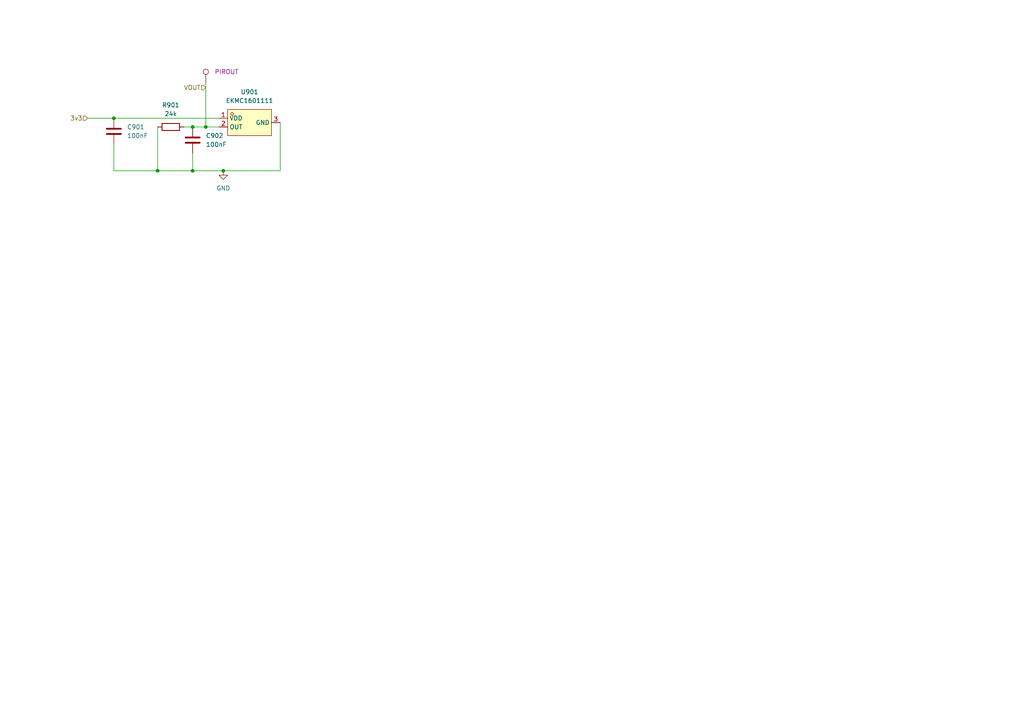
<source format=kicad_sch>
(kicad_sch (version 20231120) (generator "eeschema") (generator_version "8.0")
  (paper "A4")
  (lib_symbols
    (symbol "Device:C" (pin_numbers hide) (pin_names (offset 0.254))
      (property "Reference" "C" (at 0.635 2.54 0))
      (property "Value" "C" (at 0.635 -2.54 0))
      (symbol "C_0_1"
        (polyline (pts (xy -2.032 -0.762) (xy 2.032 -0.762)) (stroke (width 0.508)))
        (polyline (pts (xy -2.032 0.762) (xy 2.032 0.762)) (stroke (width 0.508)))
      )
      (symbol "C_1_1"
        (pin passive line (at 0 3.81 270) (length 2.794) (name "~") (number "1"))
        (pin passive line (at 0 -3.81 90) (length 2.794) (name "~") (number "2"))
      )
    )
    (symbol "Device:R" (pin_numbers hide) (pin_names (offset 0))
      (property "Reference" "R" (at 2.032 0 90))
      (property "Value" "R" (at 0 0 90))
      (symbol "R_0_1"
        (rectangle (start -1.016 -2.54) (end 1.016 2.54) (stroke (width 0.254)))
      )
      (symbol "R_1_1"
        (pin passive line (at 0 3.81 270) (length 1.27) (name "~") (number "1"))
        (pin passive line (at 0 -3.81 90) (length 1.27) (name "~") (number "2"))
      )
    )
    (symbol "easyeda2kicad:EKMC1601111"
      (property "Reference" "U" (at 0 6.35 0))
      (property "Value" "EKMC1601111" (at 0 -6.35 0))
      (symbol "EKMC1601111_0_1"
        (rectangle (start -6.35 3.81) (end 6.35 -3.81) (fill (type background)))
        (circle (center -5.08 2.54) (radius 0.38))
        (pin unspecified line (at -8.89 1.27 0) (length 2.54) (name "VDD") (number "1"))
        (pin unspecified line (at -8.89 -1.27 0) (length 2.54) (name "OUT") (number "2"))
        (pin unspecified line (at 8.89 0 180) (length 2.54) (name "GND") (number "3"))
      )
    )
    (symbol "easyeda2kicad:LabeledTestPoint" (pin_numbers hide) (pin_names (offset 0.762) hide) (in_bom no)
      (property "Label" "label" (at 0 5.08 0))
      (symbol "LabeledTestPoint_0_1"
        (circle (center 0 3.302) (radius 0.762))
      )
      (symbol "LabeledTestPoint_1_1"
        (pin passive line (at 0 0 90) (length 2.54) (name "1") (number "1"))
      )
    )
    (symbol "power:GND" (power) (pin_numbers hide) (pin_names (offset 0) hide)
      (property "Value" "GND" (at 0 -3.81 0))
      (symbol "GND_0_1"
        (polyline (pts (xy 0 0) (xy 0 -1.27) (xy 1.27 -1.27) (xy 0 -2.54) (xy -1.27 -1.27) (xy 0 -1.27)))
      )
      (symbol "GND_1_1"
        (pin power_in line (at 0 0 270) (length 0) (name "~") (number "1"))
      )
    )
  )
  (junction (at 64.77 49.53))
  (junction (at 33.02 34.29))
  (junction (at 45.72 49.53))
  (junction (at 59.69 36.83))
  (junction (at 55.88 49.53))
  (junction (at 55.88 36.83))
  (wire (pts (xy 45.72 36.83) (xy 45.72 49.53)))
  (wire (pts (xy 53.34 36.83) (xy 55.88 36.83)))
  (wire (pts (xy 55.88 44.45) (xy 55.88 49.53)))
  (wire (pts (xy 45.72 49.53) (xy 55.88 49.53)))
  (wire (pts (xy 55.88 49.53) (xy 64.77 49.53)))
  (wire (pts (xy 33.02 41.91) (xy 33.02 49.53)))
  (wire (pts (xy 59.69 24.13) (xy 59.69 36.83)))
  (wire (pts (xy 59.69 36.83) (xy 63.5 36.83)))
  (wire (pts (xy 81.28 35.56) (xy 81.28 49.53)))
  (wire (pts (xy 25.4 34.29) (xy 33.02 34.29)))
  (wire (pts (xy 33.02 34.29) (xy 63.5 34.29)))
  (wire (pts (xy 64.77 49.53) (xy 81.28 49.53)))
  (wire (pts (xy 55.88 36.83) (xy 59.69 36.83)))
  (wire (pts (xy 33.02 49.53) (xy 45.72 49.53)))
  (hierarchical_label "VOUT" (shape input) (at 59.69 25.4 180))
  (hierarchical_label "3v3" (shape input) (at 25.4 34.29 180))
  (symbol (lib_id "easyeda2kicad:LabeledTestPoint") (at 59.69 24.13 0) (unit 1) (in_bom no)
    (property "Reference" "TP902" (effects (hide yes)))
    (property "Value" "LabeledTestPoint" (effects (hide yes)))
    (property "Footprint" "easyeda2kicad:LabeledTestPoint" (effects (hide yes)))
    (property "Description" "test point" (effects (hide yes)))
    (property "Label" "PIROUT" (at 62.23 20.8279 0) (effects (justify left)))
  )
  (symbol (lib_id "Device:C") (at 55.88 40.64 0) (unit 1)
    (property "Reference" "C902" (at 59.69 39.3699 0) (effects (justify left)))
    (property "Value" "100nF" (at 59.69 41.9099 0) (effects (justify left)))
    (property "Footprint" "Capacitor_SMD:C_0201_0603Metric" (effects (hide yes)))
    (property "Description" "Unpolarized capacitor" (effects (hide yes)))
  )
  (symbol (lib_id "Device:C") (at 33.02 38.1 0) (unit 1)
    (property "Reference" "C901" (at 36.83 36.8299 0) (effects (justify left)))
    (property "Value" "100nF" (at 36.83 39.3699 0) (effects (justify left)))
    (property "Footprint" "Capacitor_SMD:C_0201_0603Metric" (effects (hide yes)))
    (property "Description" "Unpolarized capacitor" (effects (hide yes)))
  )
  (symbol (lib_id "power:GND") (at 64.77 49.53 0) (unit 1)
    (property "Reference" "#PWR0901" (effects (hide yes)))
    (property "Value" "GND" (at 64.77 54.61 0))
    (property "Description" "Power symbol creates a global label with name \"GND\" , ground" (effects (hide yes)))
  )
  (symbol (lib_id "Device:R") (at 49.53 36.83 90) (unit 1)
    (property "Reference" "R901" (at 49.53 30.48 90))
    (property "Value" "24k" (at 49.53 33.02 90))
    (property "Footprint" "Resistor_SMD:R_0201_0603Metric" (effects (hide yes)))
    (property "Description" "Resistor" (effects (hide yes)))
  )
  (symbol (lib_id "easyeda2kicad:EKMC1601111") (at 72.39 35.56 0) (unit 1)
    (property "Reference" "U901" (at 72.39 26.67 0))
    (property "Value" "EKMC1601111" (at 72.39 29.21 0))
    (property "Footprint" "easyeda2kicad:SENSOR-TH_EKMC1601111" (effects (hide yes)))
    (property "LCSC Part" "C2684441" (effects (hide yes)))
  )
)
</source>
